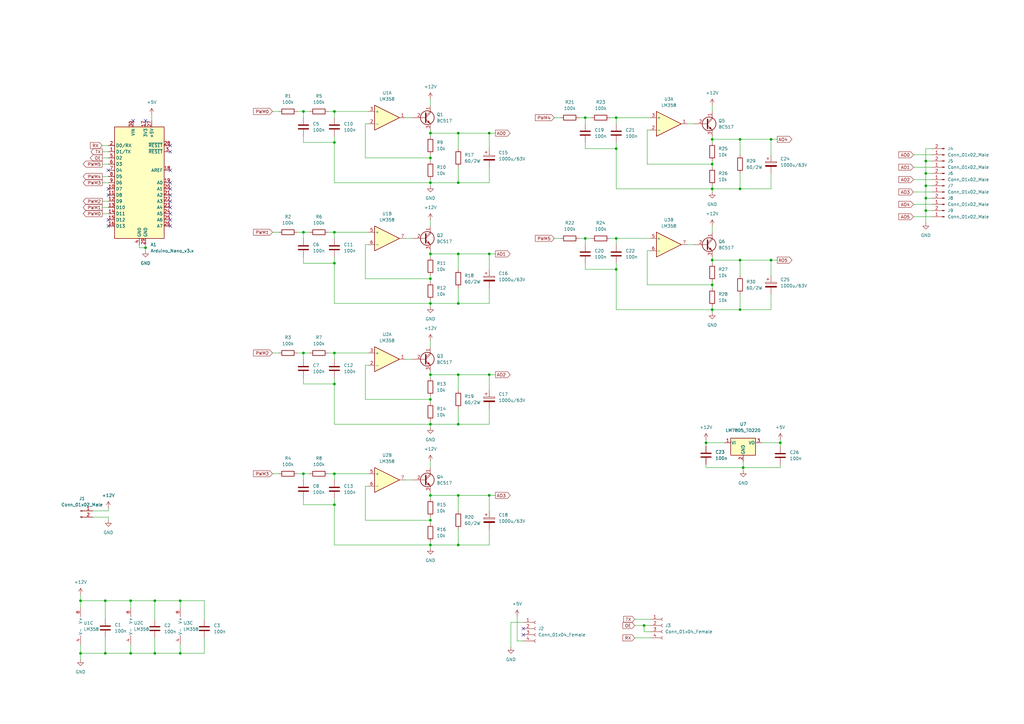
<source format=kicad_sch>
(kicad_sch (version 20211123) (generator eeschema)
  (paper "A3")
  (junction (at 187.96 104.14))
  (junction (at 379.73 71.12))
  (junction (at 264.16 256.54))
  (junction (at 252.73 60.96))
  (junction (at 176.53 64.77))
  (junction (at 43.18 246.38))
  (junction (at 292.1 106.68))
  (junction (at 320.04 181.61))
  (junction (at 63.5 267.97))
  (junction (at 176.53 114.3))
  (junction (at 43.18 267.97))
  (junction (at 200.66 203.2))
  (junction (at 292.1 127))
  (junction (at 124.46 45.72))
  (junction (at 292.1 67.31))
  (junction (at 176.53 124.46))
  (junction (at 137.16 157.48))
  (junction (at 316.23 57.15))
  (junction (at 73.914 246.38))
  (junction (at 176.53 213.36))
  (junction (at 200.66 153.67))
  (junction (at 33.02 246.38))
  (junction (at 187.96 153.67))
  (junction (at 200.66 104.14))
  (junction (at 176.53 153.67))
  (junction (at 316.23 106.68))
  (junction (at 53.594 267.97))
  (junction (at 289.56 181.61))
  (junction (at 137.16 144.78))
  (junction (at 379.73 86.36))
  (junction (at 137.16 95.25))
  (junction (at 292.1 77.47))
  (junction (at 187.96 203.2))
  (junction (at 176.53 54.61))
  (junction (at 379.73 76.2))
  (junction (at 240.03 97.79))
  (junction (at 176.53 223.52))
  (junction (at 124.46 194.31))
  (junction (at 303.53 127))
  (junction (at 53.594 246.38))
  (junction (at 379.73 66.04))
  (junction (at 137.16 107.95))
  (junction (at 176.53 203.2))
  (junction (at 59.69 101.6))
  (junction (at 200.66 54.61))
  (junction (at 292.1 116.84))
  (junction (at 240.03 48.26))
  (junction (at 33.02 267.97))
  (junction (at 303.53 57.15))
  (junction (at 176.53 104.14))
  (junction (at 176.53 163.83))
  (junction (at 252.73 110.49))
  (junction (at 187.96 223.52))
  (junction (at 137.16 194.31))
  (junction (at 187.96 173.99))
  (junction (at 124.46 95.25))
  (junction (at 303.53 77.47))
  (junction (at 187.96 124.46))
  (junction (at 187.96 74.93))
  (junction (at 137.16 207.01))
  (junction (at 63.5 246.38))
  (junction (at 379.73 81.28))
  (junction (at 304.8 191.77))
  (junction (at 252.73 48.26))
  (junction (at 137.16 58.42))
  (junction (at 73.914 267.97))
  (junction (at 252.73 97.79))
  (junction (at 303.53 106.68))
  (junction (at 176.53 74.93))
  (junction (at 124.46 144.78))
  (junction (at 176.53 173.99))
  (junction (at 292.1 57.15))
  (junction (at 137.16 45.72))
  (junction (at 187.96 54.61))
  (no_connect (at 69.85 80.01))
  (no_connect (at 69.85 77.47))
  (no_connect (at 69.85 74.93))
  (no_connect (at 44.45 80.01))
  (no_connect (at 44.45 77.47))
  (no_connect (at 69.85 82.55))
  (no_connect (at 44.45 69.85))
  (no_connect (at 69.85 85.09))
  (no_connect (at 69.85 87.63))
  (no_connect (at 69.85 90.17))
  (no_connect (at 69.85 92.71))
  (no_connect (at 44.45 90.17))
  (no_connect (at 44.45 92.71))
  (no_connect (at 69.85 59.69))
  (no_connect (at 69.85 62.23))
  (no_connect (at 69.85 69.85))
  (no_connect (at 214.63 257.81))
  (no_connect (at 214.63 260.35))
  (no_connect (at 59.69 49.53))
  (no_connect (at 54.61 49.53))
  (wire (pts (xy 374.65 88.9) (xy 382.27 88.9)))
  (wire (pts (xy 252.73 48.26) (xy 266.7 48.26)))
  (wire (pts (xy 83.82 267.97) (xy 73.914 267.97)))
  (wire (pts (xy 320.04 190.627) (xy 320.04 191.77)))
  (wire (pts (xy 176.53 203.2) (xy 187.96 203.2)))
  (wire (pts (xy 176.53 124.46) (xy 187.96 124.46)))
  (wire (pts (xy 176.53 124.46) (xy 176.53 125.73)))
  (wire (pts (xy 316.23 77.47) (xy 316.23 71.12)))
  (wire (pts (xy 187.96 104.14) (xy 187.96 110.49)))
  (wire (pts (xy 379.73 71.12) (xy 382.27 71.12)))
  (wire (pts (xy 121.92 45.72) (xy 124.46 45.72)))
  (wire (pts (xy 379.73 86.36) (xy 379.73 81.28)))
  (wire (pts (xy 303.53 57.15) (xy 316.23 57.15)))
  (wire (pts (xy 316.23 57.15) (xy 318.77 57.15)))
  (wire (pts (xy 176.53 222.25) (xy 176.53 223.52)))
  (wire (pts (xy 124.46 154.94) (xy 124.46 157.48)))
  (wire (pts (xy 44.45 209.55) (xy 44.45 208.28)))
  (wire (pts (xy 137.16 45.72) (xy 151.13 45.72)))
  (wire (pts (xy 187.96 173.99) (xy 200.66 173.99)))
  (wire (pts (xy 379.73 86.36) (xy 382.27 86.36)))
  (wire (pts (xy 137.16 58.42) (xy 137.16 55.88)))
  (wire (pts (xy 292.1 127) (xy 252.73 127)))
  (wire (pts (xy 200.66 203.2) (xy 203.2 203.2)))
  (wire (pts (xy 134.62 144.78) (xy 137.16 144.78)))
  (wire (pts (xy 200.66 118.11) (xy 200.66 124.46)))
  (wire (pts (xy 312.42 181.61) (xy 320.04 181.61)))
  (wire (pts (xy 124.46 194.31) (xy 127 194.31)))
  (wire (pts (xy 187.96 223.52) (xy 200.66 223.52)))
  (wire (pts (xy 214.63 262.89) (xy 212.09 262.89)))
  (wire (pts (xy 252.73 127) (xy 252.73 110.49)))
  (wire (pts (xy 137.16 95.25) (xy 151.13 95.25)))
  (wire (pts (xy 176.53 153.67) (xy 176.53 154.94)))
  (wire (pts (xy 252.73 60.96) (xy 252.73 58.42)))
  (wire (pts (xy 281.94 100.33) (xy 284.48 100.33)))
  (wire (pts (xy 289.56 181.61) (xy 289.56 180.34)))
  (wire (pts (xy 176.53 113.03) (xy 176.53 114.3)))
  (wire (pts (xy 240.03 110.49) (xy 252.73 110.49)))
  (wire (pts (xy 292.1 127) (xy 292.1 128.27)))
  (wire (pts (xy 83.82 261.62) (xy 83.82 267.97)))
  (wire (pts (xy 124.46 55.88) (xy 124.46 58.42)))
  (wire (pts (xy 176.53 201.93) (xy 176.53 203.2)))
  (wire (pts (xy 41.91 87.63) (xy 44.45 87.63)))
  (wire (pts (xy 304.8 191.77) (xy 289.56 191.77)))
  (wire (pts (xy 124.46 95.25) (xy 124.46 97.79)))
  (wire (pts (xy 176.53 203.2) (xy 176.53 204.47)))
  (wire (pts (xy 137.16 95.25) (xy 137.16 97.79)))
  (wire (pts (xy 316.23 106.68) (xy 318.77 106.68)))
  (wire (pts (xy 33.02 264.414) (xy 33.02 267.97)))
  (wire (pts (xy 33.02 243.84) (xy 33.02 246.38)))
  (wire (pts (xy 176.53 153.67) (xy 187.96 153.67)))
  (wire (pts (xy 166.37 196.85) (xy 168.91 196.85)))
  (wire (pts (xy 111.76 144.78) (xy 114.3 144.78)))
  (wire (pts (xy 176.53 173.99) (xy 187.96 173.99)))
  (wire (pts (xy 149.86 149.86) (xy 151.13 149.86)))
  (wire (pts (xy 176.53 163.83) (xy 149.86 163.83)))
  (wire (pts (xy 187.96 153.67) (xy 187.96 160.02)))
  (wire (pts (xy 281.94 50.8) (xy 284.48 50.8)))
  (wire (pts (xy 379.73 76.2) (xy 382.27 76.2)))
  (wire (pts (xy 240.03 97.79) (xy 240.03 100.33)))
  (wire (pts (xy 176.53 64.77) (xy 176.53 66.04)))
  (wire (pts (xy 43.18 261.366) (xy 43.18 267.97)))
  (wire (pts (xy 250.19 97.79) (xy 252.73 97.79)))
  (wire (pts (xy 260.35 261.62) (xy 266.7 261.62)))
  (wire (pts (xy 124.46 144.78) (xy 127 144.78)))
  (wire (pts (xy 265.43 102.87) (xy 265.43 116.84)))
  (wire (pts (xy 38.1 212.09) (xy 44.45 212.09)))
  (wire (pts (xy 176.53 223.52) (xy 176.53 224.79)))
  (wire (pts (xy 303.53 57.15) (xy 303.53 63.5)))
  (wire (pts (xy 176.53 73.66) (xy 176.53 74.93)))
  (wire (pts (xy 44.45 212.09) (xy 44.45 213.36)))
  (wire (pts (xy 59.69 101.6) (xy 59.69 102.87)))
  (wire (pts (xy 292.1 105.41) (xy 292.1 106.68)))
  (wire (pts (xy 240.03 60.96) (xy 252.73 60.96)))
  (wire (pts (xy 289.56 181.61) (xy 289.56 182.88)))
  (wire (pts (xy 265.43 53.34) (xy 265.43 67.31)))
  (wire (pts (xy 303.53 127) (xy 316.23 127)))
  (wire (pts (xy 124.46 157.48) (xy 137.16 157.48)))
  (wire (pts (xy 264.16 256.54) (xy 266.7 256.54)))
  (wire (pts (xy 176.53 223.52) (xy 187.96 223.52)))
  (wire (pts (xy 176.53 123.19) (xy 176.53 124.46)))
  (wire (pts (xy 137.16 194.31) (xy 137.16 196.85)))
  (wire (pts (xy 187.96 203.2) (xy 200.66 203.2)))
  (wire (pts (xy 209.55 255.27) (xy 209.55 265.43)))
  (wire (pts (xy 149.86 100.33) (xy 151.13 100.33)))
  (wire (pts (xy 250.19 48.26) (xy 252.73 48.26)))
  (wire (pts (xy 237.49 97.79) (xy 240.03 97.79)))
  (wire (pts (xy 187.96 104.14) (xy 200.66 104.14)))
  (wire (pts (xy 176.53 102.87) (xy 176.53 104.14)))
  (wire (pts (xy 73.914 246.38) (xy 73.914 249.174)))
  (wire (pts (xy 379.73 81.28) (xy 379.73 76.2)))
  (wire (pts (xy 187.96 124.46) (xy 200.66 124.46)))
  (wire (pts (xy 176.53 54.61) (xy 176.53 55.88)))
  (wire (pts (xy 124.46 45.72) (xy 127 45.72)))
  (wire (pts (xy 374.65 68.58) (xy 382.27 68.58)))
  (wire (pts (xy 38.1 209.55) (xy 44.45 209.55)))
  (wire (pts (xy 149.86 50.8) (xy 149.86 64.77)))
  (wire (pts (xy 124.46 58.42) (xy 137.16 58.42)))
  (wire (pts (xy 212.09 262.89) (xy 212.09 252.73)))
  (wire (pts (xy 292.1 77.47) (xy 303.53 77.47)))
  (wire (pts (xy 252.73 97.79) (xy 252.73 100.33)))
  (wire (pts (xy 303.53 127) (xy 303.53 120.65)))
  (wire (pts (xy 41.91 85.09) (xy 44.45 85.09)))
  (wire (pts (xy 137.16 124.46) (xy 137.16 107.95)))
  (wire (pts (xy 227.33 48.26) (xy 229.87 48.26)))
  (wire (pts (xy 187.96 223.52) (xy 187.96 217.17)))
  (wire (pts (xy 149.86 100.33) (xy 149.86 114.3)))
  (wire (pts (xy 265.43 53.34) (xy 266.7 53.34)))
  (wire (pts (xy 200.66 223.52) (xy 200.66 217.17)))
  (wire (pts (xy 260.35 256.54) (xy 264.16 256.54)))
  (wire (pts (xy 111.76 194.31) (xy 114.3 194.31)))
  (wire (pts (xy 41.91 67.31) (xy 44.45 67.31)))
  (wire (pts (xy 53.594 264.414) (xy 53.594 267.97)))
  (wire (pts (xy 292.1 115.57) (xy 292.1 116.84)))
  (wire (pts (xy 266.7 259.08) (xy 264.16 259.08)))
  (wire (pts (xy 166.37 48.26) (xy 168.91 48.26)))
  (wire (pts (xy 137.16 107.95) (xy 137.16 105.41)))
  (wire (pts (xy 303.53 106.68) (xy 303.53 113.03)))
  (wire (pts (xy 187.96 203.2) (xy 187.96 209.55)))
  (wire (pts (xy 124.46 105.41) (xy 124.46 107.95)))
  (wire (pts (xy 200.66 203.2) (xy 200.66 209.55)))
  (wire (pts (xy 124.46 95.25) (xy 127 95.25)))
  (wire (pts (xy 187.96 173.99) (xy 187.96 167.64)))
  (wire (pts (xy 292.1 116.84) (xy 292.1 118.11)))
  (wire (pts (xy 176.53 104.14) (xy 176.53 105.41)))
  (wire (pts (xy 200.66 153.67) (xy 200.66 160.02)))
  (wire (pts (xy 33.02 267.97) (xy 43.18 267.97)))
  (wire (pts (xy 176.53 173.99) (xy 176.53 175.26)))
  (wire (pts (xy 53.594 246.38) (xy 53.594 249.174)))
  (wire (pts (xy 237.49 48.26) (xy 240.03 48.26)))
  (wire (pts (xy 292.1 57.15) (xy 303.53 57.15)))
  (wire (pts (xy 200.66 104.14) (xy 200.66 110.49)))
  (wire (pts (xy 303.53 106.68) (xy 316.23 106.68)))
  (wire (pts (xy 200.66 104.14) (xy 203.2 104.14)))
  (wire (pts (xy 176.53 63.5) (xy 176.53 64.77)))
  (wire (pts (xy 73.914 267.97) (xy 73.914 264.414)))
  (wire (pts (xy 252.73 97.79) (xy 266.7 97.79)))
  (wire (pts (xy 187.96 153.67) (xy 200.66 153.67)))
  (wire (pts (xy 176.53 114.3) (xy 149.86 114.3)))
  (wire (pts (xy 149.86 199.39) (xy 151.13 199.39)))
  (wire (pts (xy 137.16 157.48) (xy 137.16 154.94)))
  (wire (pts (xy 111.76 95.25) (xy 114.3 95.25)))
  (wire (pts (xy 240.03 48.26) (xy 242.57 48.26)))
  (wire (pts (xy 62.23 46.99) (xy 62.23 49.53)))
  (wire (pts (xy 200.66 54.61) (xy 203.2 54.61)))
  (wire (pts (xy 137.16 144.78) (xy 137.16 147.32)))
  (wire (pts (xy 303.53 77.47) (xy 303.53 71.12)))
  (wire (pts (xy 137.16 207.01) (xy 137.16 204.47)))
  (wire (pts (xy 187.96 124.46) (xy 187.96 118.11)))
  (wire (pts (xy 149.86 149.86) (xy 149.86 163.83)))
  (wire (pts (xy 176.53 213.36) (xy 149.86 213.36)))
  (wire (pts (xy 137.16 74.93) (xy 137.16 58.42)))
  (wire (pts (xy 240.03 107.95) (xy 240.03 110.49)))
  (wire (pts (xy 134.62 95.25) (xy 137.16 95.25)))
  (wire (pts (xy 304.8 191.77) (xy 304.8 193.04)))
  (wire (pts (xy 292.1 66.04) (xy 292.1 67.31)))
  (wire (pts (xy 292.1 67.31) (xy 292.1 68.58)))
  (wire (pts (xy 292.1 43.18) (xy 292.1 45.72)))
  (wire (pts (xy 124.46 194.31) (xy 124.46 196.85)))
  (wire (pts (xy 187.96 74.93) (xy 187.96 68.58)))
  (wire (pts (xy 149.86 50.8) (xy 151.13 50.8)))
  (wire (pts (xy 292.1 55.88) (xy 292.1 57.15)))
  (wire (pts (xy 176.53 223.52) (xy 137.16 223.52)))
  (wire (pts (xy 33.02 246.38) (xy 43.18 246.38)))
  (wire (pts (xy 41.91 74.93) (xy 44.45 74.93)))
  (wire (pts (xy 320.04 191.77) (xy 304.8 191.77)))
  (wire (pts (xy 320.04 181.61) (xy 320.04 183.007)))
  (wire (pts (xy 292.1 76.2) (xy 292.1 77.47)))
  (wire (pts (xy 59.69 101.6) (xy 57.15 101.6)))
  (wire (pts (xy 379.73 66.04) (xy 382.27 66.04)))
  (wire (pts (xy 187.96 54.61) (xy 200.66 54.61)))
  (wire (pts (xy 176.53 74.93) (xy 137.16 74.93)))
  (wire (pts (xy 292.1 57.15) (xy 292.1 58.42)))
  (wire (pts (xy 63.5 267.97) (xy 73.914 267.97)))
  (wire (pts (xy 176.53 213.36) (xy 176.53 214.63)))
  (wire (pts (xy 379.73 91.44) (xy 379.73 86.36)))
  (wire (pts (xy 176.53 90.17) (xy 176.53 92.71)))
  (wire (pts (xy 83.82 246.38) (xy 73.914 246.38)))
  (wire (pts (xy 292.1 116.84) (xy 265.43 116.84)))
  (wire (pts (xy 252.73 110.49) (xy 252.73 107.95)))
  (wire (pts (xy 176.53 64.77) (xy 149.86 64.77)))
  (wire (pts (xy 41.91 72.39) (xy 44.45 72.39)))
  (wire (pts (xy 176.53 114.3) (xy 176.53 115.57)))
  (wire (pts (xy 292.1 106.68) (xy 292.1 107.95)))
  (wire (pts (xy 33.02 267.97) (xy 33.02 270.51)))
  (wire (pts (xy 166.37 147.32) (xy 168.91 147.32)))
  (wire (pts (xy 176.53 139.7) (xy 176.53 142.24)))
  (wire (pts (xy 316.23 106.68) (xy 316.23 113.03)))
  (wire (pts (xy 33.02 246.38) (xy 33.02 249.174)))
  (wire (pts (xy 227.33 97.79) (xy 229.87 97.79)))
  (wire (pts (xy 260.35 254) (xy 266.7 254)))
  (wire (pts (xy 214.63 255.27) (xy 209.55 255.27)))
  (wire (pts (xy 240.03 48.26) (xy 240.03 50.8)))
  (wire (pts (xy 292.1 127) (xy 303.53 127)))
  (wire (pts (xy 124.46 144.78) (xy 124.46 147.32)))
  (wire (pts (xy 176.53 212.09) (xy 176.53 213.36)))
  (wire (pts (xy 176.53 172.72) (xy 176.53 173.99)))
  (wire (pts (xy 292.1 77.47) (xy 252.73 77.47)))
  (wire (pts (xy 121.92 95.25) (xy 124.46 95.25)))
  (wire (pts (xy 43.18 267.97) (xy 53.594 267.97)))
  (wire (pts (xy 379.73 71.12) (xy 379.73 66.04)))
  (wire (pts (xy 200.66 173.99) (xy 200.66 167.64)))
  (wire (pts (xy 297.18 181.61) (xy 289.56 181.61)))
  (wire (pts (xy 176.53 124.46) (xy 137.16 124.46)))
  (wire (pts (xy 176.53 152.4) (xy 176.53 153.67)))
  (wire (pts (xy 200.66 68.58) (xy 200.66 74.93)))
  (wire (pts (xy 292.1 125.73) (xy 292.1 127)))
  (wire (pts (xy 292.1 92.71) (xy 292.1 95.25)))
  (wire (pts (xy 124.46 204.47) (xy 124.46 207.01)))
  (wire (pts (xy 166.37 97.79) (xy 168.91 97.79)))
  (wire (pts (xy 176.53 40.64) (xy 176.53 43.18)))
  (wire (pts (xy 63.5 246.38) (xy 63.5 254)))
  (wire (pts (xy 134.62 194.31) (xy 137.16 194.31)))
  (wire (pts (xy 57.15 100.33) (xy 57.15 101.6)))
  (wire (pts (xy 176.53 74.93) (xy 187.96 74.93)))
  (wire (pts (xy 379.73 60.96) (xy 382.27 60.96)))
  (wire (pts (xy 200.66 74.93) (xy 187.96 74.93)))
  (wire (pts (xy 59.69 100.33) (xy 59.69 101.6)))
  (wire (pts (xy 176.53 74.93) (xy 176.53 76.2)))
  (wire (pts (xy 176.53 54.61) (xy 187.96 54.61)))
  (wire (pts (xy 149.86 199.39) (xy 149.86 213.36)))
  (wire (pts (xy 374.65 73.66) (xy 382.27 73.66)))
  (wire (pts (xy 374.65 83.82) (xy 382.27 83.82)))
  (wire (pts (xy 134.62 45.72) (xy 137.16 45.72)))
  (wire (pts (xy 73.914 246.38) (xy 63.5 246.38)))
  (wire (pts (xy 292.1 77.47) (xy 292.1 78.74)))
  (wire (pts (xy 41.91 82.55) (xy 44.45 82.55)))
  (wire (pts (xy 83.82 246.38) (xy 83.82 254)))
  (wire (pts (xy 374.65 78.74) (xy 382.27 78.74)))
  (wire (pts (xy 379.73 81.28) (xy 382.27 81.28)))
  (wire (pts (xy 379.73 66.04) (xy 379.73 60.96)))
  (wire (pts (xy 379.73 76.2) (xy 379.73 71.12)))
  (wire (pts (xy 289.56 190.5) (xy 289.56 191.77)))
  (wire (pts (xy 41.91 64.77) (xy 44.45 64.77)))
  (wire (pts (xy 121.92 194.31) (xy 124.46 194.31)))
  (wire (pts (xy 200.66 54.61) (xy 200.66 60.96)))
  (wire (pts (xy 137.16 144.78) (xy 151.13 144.78)))
  (wire (pts (xy 53.594 267.97) (xy 63.5 267.97)))
  (wire (pts (xy 252.73 77.47) (xy 252.73 60.96)))
  (wire (pts (xy 137.16 223.52) (xy 137.16 207.01)))
  (wire (pts (xy 41.91 59.69) (xy 44.45 59.69)))
  (wire (pts (xy 176.53 163.83) (xy 176.53 165.1)))
  (wire (pts (xy 111.76 45.72) (xy 114.3 45.72)))
  (wire (pts (xy 176.53 104.14) (xy 187.96 104.14)))
  (wire (pts (xy 265.43 102.87) (xy 266.7 102.87)))
  (wire (pts (xy 252.73 48.26) (xy 252.73 50.8)))
  (wire (pts (xy 187.96 54.61) (xy 187.96 60.96)))
  (wire (pts (xy 63.5 261.62) (xy 63.5 267.97)))
  (wire (pts (xy 137.16 173.99) (xy 137.16 157.48)))
  (wire (pts (xy 316.23 127) (xy 316.23 120.65)))
  (wire (pts (xy 124.46 45.72) (xy 124.46 48.26)))
  (wire (pts (xy 124.46 207.01) (xy 137.16 207.01)))
  (wire (pts (xy 264.16 259.08) (xy 264.16 256.54)))
  (wire (pts (xy 176.53 173.99) (xy 137.16 173.99)))
  (wire (pts (xy 304.8 189.23) (xy 304.8 191.77)))
  (wire (pts (xy 41.91 62.23) (xy 44.45 62.23)))
  (wire (pts (xy 137.16 45.72) (xy 137.16 48.26)))
  (wire (pts (xy 176.53 53.34) (xy 176.53 54.61)))
  (wire (pts (xy 121.92 144.78) (xy 124.46 144.78)))
  (wire (pts (xy 316.23 57.15) (xy 316.23 63.5)))
  (wire (pts (xy 303.53 77.47) (xy 316.23 77.47)))
  (wire (pts (xy 176.53 189.23) (xy 176.53 191.77)))
  (wire (pts (xy 374.65 63.5) (xy 382.27 63.5)))
  (wire (pts (xy 43.18 246.38) (xy 53.594 246.38)))
  (wire (pts (xy 200.66 153.67) (xy 203.2 153.67)))
  (wire (pts (xy 240.03 58.42) (xy 240.03 60.96)))
  (wire (pts (xy 320.04 181.61) (xy 320.04 180.34)))
  (wire (pts (xy 124.46 107.95) (xy 137.16 107.95)))
  (wire (pts (xy 176.53 162.56) (xy 176.53 163.83)))
  (wire (pts (xy 292.1 67.31) (xy 265.43 67.31)))
  (wire (pts (xy 63.5 246.38) (xy 53.594 246.38)))
  (wire (pts (xy 240.03 97.79) (xy 242.57 97.79)))
  (wire (pts (xy 292.1 106.68) (xy 303.53 106.68)))
  (wire (pts (xy 43.18 253.746) (xy 43.18 246.38)))
  (wire (pts (xy 137.16 194.31) (xy 151.13 194.31)))
  (global_label "PWM4" (shape output) (at 41.91 72.39 180) (property "Intersheet References" "${INTERSHEET_REFS}" (effects hide)))
  (global_label "PWM3" (shape output) (at 41.91 74.93 180) (property "Intersheet References" "${INTERSHEET_REFS}" (effects hide)))
  (global_label "AO1" (shape output) (at 203.2 104.14 0) (property "Intersheet References" "${INTERSHEET_REFS}" (effects hide)))
  (global_label "AO5" (shape output) (at 318.77 106.68 0) (property "Intersheet References" "${INTERSHEET_REFS}" (effects hide)))
  (global_label "PWM0" (shape output) (at 41.91 87.63 180) (property "Intersheet References" "${INTERSHEET_REFS}" (effects hide)))
  (global_label "RX" (shape input) (at 41.91 59.69 180) (property "Intersheet References" "${INTERSHEET_REFS}" (effects hide)))
  (global_label "AO0" (shape input) (at 374.65 63.5 180) (property "Intersheet References" "${INTERSHEET_REFS}" (effects hide)))
  (global_label "OE" (shape input) (at 260.35 256.54 180) (property "Intersheet References" "${INTERSHEET_REFS}" (effects hide)))
  (global_label "PWM5" (shape input) (at 227.33 97.79 180) (property "Intersheet References" "${INTERSHEET_REFS}" (effects hide)))
  (global_label "TX" (shape output) (at 41.91 62.23 180) (property "Intersheet References" "${INTERSHEET_REFS}" (effects hide)))
  (global_label "AO5" (shape input) (at 374.65 88.9 180) (property "Intersheet References" "${INTERSHEET_REFS}" (effects hide)))
  (global_label "PWM1" (shape input) (at 111.76 95.25 180) (property "Intersheet References" "${INTERSHEET_REFS}" (effects hide)))
  (global_label "AO3" (shape output) (at 203.2 203.2 0) (property "Intersheet References" "${INTERSHEET_REFS}" (effects hide)))
  (global_label "PWM3" (shape input) (at 111.76 194.31 180) (property "Intersheet References" "${INTERSHEET_REFS}" (effects hide)))
  (global_label "AO4" (shape output) (at 318.77 57.15 0) (property "Intersheet References" "${INTERSHEET_REFS}" (effects hide)))
  (global_label "AO2" (shape input) (at 374.65 73.66 180) (property "Intersheet References" "${INTERSHEET_REFS}" (effects hide)))
  (global_label "PWM1" (shape output) (at 41.91 85.09 180) (property "Intersheet References" "${INTERSHEET_REFS}" (effects hide)))
  (global_label "AO0" (shape output) (at 203.2 54.61 0) (property "Intersheet References" "${INTERSHEET_REFS}" (effects hide)))
  (global_label "PWM4" (shape input) (at 227.33 48.26 180) (property "Intersheet References" "${INTERSHEET_REFS}" (effects hide)))
  (global_label "PWM0" (shape input) (at 111.76 45.72 180) (property "Intersheet References" "${INTERSHEET_REFS}" (effects hide)))
  (global_label "RX" (shape input) (at 260.35 261.62 180) (property "Intersheet References" "${INTERSHEET_REFS}" (effects hide)))
  (global_label "AO1" (shape input) (at 374.65 68.58 180) (property "Intersheet References" "${INTERSHEET_REFS}" (effects hide)))
  (global_label "AO2" (shape output) (at 203.2 153.67 0) (property "Intersheet References" "${INTERSHEET_REFS}" (effects hide)))
  (global_label "PWM2" (shape input) (at 111.76 144.78 180) (property "Intersheet References" "${INTERSHEET_REFS}" (effects hide)))
  (global_label "TX" (shape input) (at 260.35 254 180) (property "Intersheet References" "${INTERSHEET_REFS}" (effects hide)))
  (global_label "AO4" (shape input) (at 374.65 83.82 180) (property "Intersheet References" "${INTERSHEET_REFS}" (effects hide)))
  (global_label "AO3" (shape input) (at 374.65 78.74 180) (property "Intersheet References" "${INTERSHEET_REFS}" (effects hide)))
  (global_label "OE" (shape output) (at 41.91 64.77 180) (property "Intersheet References" "${INTERSHEET_REFS}" (effects hide)))
  (global_label "PWM2" (shape output) (at 41.91 82.55 180) (property "Intersheet References" "${INTERSHEET_REFS}" (effects hide)))
  (global_label "PWM5" (shape output) (at 41.91 67.31 180) (property "Intersheet References" "${INTERSHEET_REFS}" (effects hide)))
  (symbol (lib_id "Device:C") (at 320.04 186.817 0) (unit 1)
    (property "Reference" "C26" (at 323.85 185.5469 0) (effects (justify left)))
    (property "Value" "100n" (at 323.85 188.0869 0) (effects (justify left)))
    (property "Footprint" "Capacitor_THT:C_Disc_D7.0mm_W2.5mm_P5.00mm" (effects hide))
  )
  (symbol (lib_id "power:GND") (at 209.55 265.43 0) (unit 1)
    (property "Reference" "#PWR015" (effects hide))
    (property "Value" "GND" (at 209.55 270.51 0))
  )
  (symbol (lib_id "Device:C_Polarized") (at 316.23 67.31 0) (unit 1)
    (property "Reference" "C24" (at 320.04 65.1509 0) (effects (justify left)))
    (property "Value" "1000u/63V" (at 320.04 67.6909 0) (effects (justify left)))
    (property "Footprint" "Capacitor_THT:C_Radial_D16.0mm_H25.0mm_P7.50mm" (effects hide))
  )
  (symbol (lib_id "Device:R") (at 118.11 144.78 90) (unit 1)
    (property "Reference" "R3" (at 118.11 138.43 90))
    (property "Value" "100k" (at 118.11 140.97 90))
    (property "Footprint" "Resistor_THT:R_Axial_DIN0204_L3.6mm_D1.6mm_P7.62mm_Horizontal" (effects hide))
  )
  (symbol (lib_id "Device:C_Polarized") (at 200.66 64.77 0) (unit 1)
    (property "Reference" "C15" (at 204.47 62.6109 0) (effects (justify left)))
    (property "Value" "1000u/63V" (at 204.47 65.1509 0) (effects (justify left)))
    (property "Footprint" "Capacitor_THT:C_Radial_D16.0mm_H25.0mm_P7.50mm" (effects hide))
  )
  (symbol (lib_id "Device:R") (at 303.53 116.84 180) (unit 1)
    (property "Reference" "R30" (at 306.07 115.5699 0) (effects (justify right)))
    (property "Value" "60/2W" (at 306.07 118.1099 0) (effects (justify right)))
    (property "Footprint" "Resistor_THT:R_Axial_DIN0516_L15.5mm_D5.0mm_P7.62mm_Vertical" (effects hide))
  )
  (symbol (lib_id "Connector:Conn_01x04_Female") (at 271.78 256.54 0) (unit 1)
    (property "Reference" "J3" (at 272.796 256.5399 0) (effects (justify left)))
    (property "Value" "Conn_01x04_Female" (at 272.796 259.0799 0) (effects (justify left)))
    (property "Footprint" "Connector_PinHeader_2.54mm:PinHeader_1x04_P2.54mm_Vertical" (effects hide))
  )
  (symbol (lib_id "MCU_Module:Arduino_Nano_v3.x") (at 57.15 74.93 0) (unit 1)
    (property "Reference" "A1" (at 61.7094 100.33 0) (effects (justify left)))
    (property "Value" "Arduino_Nano_v3.x" (at 61.7094 102.87 0) (effects (justify left)))
    (property "Footprint" "Module:Arduino_Nano" (effects hide))
    (property "Datasheet" "http://www.mouser.com/pdfdocs/Gravitech_Arduino_Nano3_0.pdf" (effects hide))
  )
  (symbol (lib_id "Device:C_Polarized") (at 200.66 114.3 0) (unit 1)
    (property "Reference" "C16" (at 204.47 112.1409 0) (effects (justify left)))
    (property "Value" "1000u/63V" (at 204.47 114.6809 0) (effects (justify left)))
    (property "Footprint" "Capacitor_THT:C_Radial_D16.0mm_H25.0mm_P7.50mm" (effects hide))
  )
  (symbol (lib_id "Device:R") (at 118.11 95.25 90) (unit 1)
    (property "Reference" "R2" (at 118.11 88.9 90))
    (property "Value" "100k" (at 118.11 91.44 90))
    (property "Footprint" "Resistor_THT:R_Axial_DIN0204_L3.6mm_D1.6mm_P7.62mm_Horizontal" (effects hide))
  )
  (symbol (lib_id "Connector:Conn_01x02_Male") (at 387.35 78.74 180) (unit 1)
    (property "Reference" "J7" (at 388.62 76.1999 0) (effects (justify right)))
    (property "Value" "Conn_01x02_Male" (at 388.62 78.7399 0) (effects (justify right)))
    (property "Footprint" "Connector_Phoenix_MSTB:PhoenixContact_MSTBA_2,5_2-G-5,08_1x02_P5.08mm_Horizontal" (effects hide))
  )
  (symbol (lib_id "Device:C") (at 252.73 104.14 0) (unit 1)
    (property "Reference" "C22" (at 256.54 102.8699 0) (effects (justify left)))
    (property "Value" "100n" (at 256.54 105.4099 0) (effects (justify left)))
    (property "Footprint" "Capacitor_THT:C_Disc_D7.0mm_W2.5mm_P5.00mm" (effects hide))
  )
  (symbol (lib_id "Device:C") (at 83.82 257.81 0) (unit 1)
    (property "Reference" "C3" (at 87.63 256.5399 0) (effects (justify left)))
    (property "Value" "100n" (at 87.63 259.0799 0) (effects (justify left)))
    (property "Footprint" "Capacitor_THT:C_Disc_D7.0mm_W2.5mm_P5.00mm" (effects hide))
  )
  (symbol (lib_id "Device:R") (at 118.11 45.72 90) (unit 1)
    (property "Reference" "R1" (at 118.11 39.37 90))
    (property "Value" "100k" (at 118.11 41.91 90))
    (property "Footprint" "Resistor_THT:R_Axial_DIN0204_L3.6mm_D1.6mm_P7.62mm_Horizontal" (effects hide))
  )
  (symbol (lib_id "Amplifier_Operational:LM358") (at 76.454 256.794 0) (unit 3)
    (property "Reference" "U3" (at 75.184 255.5239 0) (effects (justify left)))
    (property "Value" "LM358" (at 75.184 258.0639 0) (effects (justify left)))
    (property "Footprint" "Package_DIP:DIP-8_W7.62mm" (effects hide))
    (property "Datasheet" "http://www.ti.com/lit/ds/symlink/lm2904-n.pdf" (effects hide))
  )
  (symbol (lib_id "power:+12V") (at 176.53 189.23 0) (unit 1)
    (property "Reference" "#PWR013" (effects hide))
    (property "Value" "+12V" (at 176.53 184.15 0))
  )
  (symbol (lib_id "Regulator_Linear:LM7805_TO220") (at 304.8 181.61 0) (unit 1)
    (property "Reference" "U7" (at 304.8 173.99 0))
    (property "Value" "LM7805_TO220" (at 304.8 176.53 0))
    (property "Footprint" "Package_TO_SOT_THT:TO-220-3_Vertical" (effects hide))
    (property "Datasheet" "https://www.onsemi.cn/PowerSolutions/document/MC7800-D.PDF" (effects hide))
  )
  (symbol (lib_id "Transistor_BJT:BC517") (at 289.56 50.8 0) (unit 1)
    (property "Reference" "Q5" (at 294.64 49.5299 0) (effects (justify left)))
    (property "Value" "BC517" (at 294.64 52.0699 0) (effects (justify left)))
    (property "Footprint" "Package_TO_SOT_THT:TO-92_Inline" (effects hide))
    (property "Datasheet" "https://www.onsemi.com/pub/Collateral/BC517-D74Z-D.PDF" (effects hide))
  )
  (symbol (lib_id "Device:R") (at 233.68 97.79 90) (unit 1)
    (property "Reference" "R22" (at 233.68 91.44 90))
    (property "Value" "100k" (at 233.68 93.98 90))
    (property "Footprint" "Resistor_THT:R_Axial_DIN0204_L3.6mm_D1.6mm_P7.62mm_Horizontal" (effects hide))
  )
  (symbol (lib_id "Amplifier_Operational:LM358") (at 158.75 147.32 0) (unit 1)
    (property "Reference" "U2" (at 158.75 137.16 0))
    (property "Value" "LM358" (at 158.75 139.7 0))
    (property "Footprint" "Package_DIP:DIP-8_W7.62mm" (effects hide))
    (property "Datasheet" "http://www.ti.com/lit/ds/symlink/lm2904-n.pdf" (effects hide))
  )
  (symbol (lib_id "Device:C") (at 240.03 54.61 0) (unit 1)
    (property "Reference" "C19" (at 243.84 53.3399 0) (effects (justify left)))
    (property "Value" "100n" (at 243.84 55.8799 0) (effects (justify left)))
    (property "Footprint" "Capacitor_THT:C_Disc_D7.0mm_W2.5mm_P5.00mm" (effects hide))
  )
  (symbol (lib_id "Device:R") (at 292.1 121.92 180) (unit 1)
    (property "Reference" "R28" (at 294.64 120.6499 0) (effects (justify right)))
    (property "Value" "10k" (at 294.64 123.1899 0) (effects (justify right)))
    (property "Footprint" "Resistor_THT:R_Axial_DIN0204_L3.6mm_D1.6mm_P7.62mm_Horizontal" (effects hide))
  )
  (symbol (lib_id "power:+12V") (at 176.53 40.64 0) (unit 1)
    (property "Reference" "#PWR07" (effects hide))
    (property "Value" "+12V" (at 176.53 35.56 0))
  )
  (symbol (lib_id "Device:C_Polarized") (at 200.66 163.83 0) (unit 1)
    (property "Reference" "C17" (at 204.47 161.6709 0) (effects (justify left)))
    (property "Value" "1000u/63V" (at 204.47 164.2109 0) (effects (justify left)))
    (property "Footprint" "Capacitor_THT:C_Radial_D16.0mm_H25.0mm_P7.50mm" (effects hide))
  )
  (symbol (lib_id "Device:R") (at 176.53 109.22 180) (unit 1)
    (property "Reference" "R11" (at 179.07 107.9499 0) (effects (justify right)))
    (property "Value" "10k" (at 179.07 110.4899 0) (effects (justify right)))
    (property "Footprint" "Resistor_THT:R_Axial_DIN0204_L3.6mm_D1.6mm_P7.62mm_Horizontal" (effects hide))
  )
  (symbol (lib_id "Device:R") (at 303.53 67.31 180) (unit 1)
    (property "Reference" "R29" (at 306.07 66.0399 0) (effects (justify right)))
    (property "Value" "60/2W" (at 306.07 68.5799 0) (effects (justify right)))
    (property "Footprint" "Resistor_THT:R_Axial_DIN0516_L15.5mm_D5.0mm_P7.62mm_Vertical" (effects hide))
  )
  (symbol (lib_id "Device:R") (at 176.53 69.85 180) (unit 1)
    (property "Reference" "R10" (at 179.07 68.5799 0) (effects (justify right)))
    (property "Value" "10k" (at 179.07 71.1199 0) (effects (justify right)))
    (property "Footprint" "Resistor_THT:R_Axial_DIN0204_L3.6mm_D1.6mm_P7.62mm_Horizontal" (effects hide))
  )
  (symbol (lib_id "Connector:Conn_01x02_Male") (at 387.35 73.66 180) (unit 1)
    (property "Reference" "J6" (at 388.62 71.1199 0) (effects (justify right)))
    (property "Value" "Conn_01x02_Male" (at 388.62 73.6599 0) (effects (justify right)))
    (property "Footprint" "Connector_Phoenix_MSTB:PhoenixContact_MSTBA_2,5_2-G-5,08_1x02_P5.08mm_Horizontal" (effects hide))
  )
  (symbol (lib_id "Connector:Conn_01x02_Male") (at 387.35 63.5 180) (unit 1)
    (property "Reference" "J4" (at 388.62 60.9599 0) (effects (justify right)))
    (property "Value" "Conn_01x02_Male" (at 388.62 63.4999 0) (effects (justify right)))
    (property "Footprint" "Connector_Phoenix_MSTB:PhoenixContact_MSTBA_2,5_2-G-5,08_1x02_P5.08mm_Horizontal" (effects hide))
  )
  (symbol (lib_id "power:GND") (at 33.02 270.51 0) (unit 1)
    (property "Reference" "#PWR02" (effects hide))
    (property "Value" "GND" (at 33.02 275.59 0))
  )
  (symbol (lib_id "power:GND") (at 292.1 128.27 0) (unit 1)
    (property "Reference" "#PWR021" (effects hide))
    (property "Value" "GND" (at 292.1 133.35 0))
  )
  (symbol (lib_id "Device:R") (at 187.96 64.77 180) (unit 1)
    (property "Reference" "R17" (at 190.5 63.4999 0) (effects (justify right)))
    (property "Value" "60/2W" (at 190.5 66.0399 0) (effects (justify right)))
    (property "Footprint" "Resistor_THT:R_Axial_DIN0516_L15.5mm_D5.0mm_P7.62mm_Vertical" (effects hide))
  )
  (symbol (lib_id "Device:C") (at 124.46 52.07 0) (unit 1)
    (property "Reference" "C5" (at 128.27 50.7999 0) (effects (justify left)))
    (property "Value" "100n" (at 128.27 53.3399 0) (effects (justify left)))
    (property "Footprint" "Capacitor_THT:C_Disc_D7.0mm_W2.5mm_P5.00mm" (effects hide))
  )
  (symbol (lib_id "power:+12V") (at 44.45 208.28 0) (unit 1)
    (property "Reference" "#PWR03" (effects hide))
    (property "Value" "+12V" (at 44.45 203.2 0))
  )
  (symbol (lib_id "Device:R") (at 246.38 48.26 90) (unit 1)
    (property "Reference" "R23" (at 246.38 41.91 90))
    (property "Value" "100k" (at 246.38 44.45 90))
    (property "Footprint" "Resistor_THT:R_Axial_DIN0204_L3.6mm_D1.6mm_P7.62mm_Horizontal" (effects hide))
  )
  (symbol (lib_id "Device:R") (at 176.53 158.75 180) (unit 1)
    (property "Reference" "R13" (at 179.07 157.4799 0) (effects (justify right)))
    (property "Value" "10k" (at 179.07 160.0199 0) (effects (justify right)))
    (property "Footprint" "Resistor_THT:R_Axial_DIN0204_L3.6mm_D1.6mm_P7.62mm_Horizontal" (effects hide))
  )
  (symbol (lib_id "power:GND") (at 379.73 91.44 0) (unit 1)
    (property "Reference" "#PWR024" (effects hide))
    (property "Value" "GND" (at 379.73 96.52 0))
  )
  (symbol (lib_id "Device:R") (at 176.53 218.44 180) (unit 1)
    (property "Reference" "R16" (at 179.07 217.1699 0) (effects (justify right)))
    (property "Value" "10k" (at 179.07 219.7099 0) (effects (justify right)))
    (property "Footprint" "Resistor_THT:R_Axial_DIN0204_L3.6mm_D1.6mm_P7.62mm_Horizontal" (effects hide))
  )
  (symbol (lib_id "Device:C") (at 137.16 151.13 0) (unit 1)
    (property "Reference" "C12" (at 140.97 149.8599 0) (effects (justify left)))
    (property "Value" "100n" (at 140.97 152.3999 0) (effects (justify left)))
    (property "Footprint" "Capacitor_THT:C_Disc_D7.0mm_W2.5mm_P5.00mm" (effects hide))
  )
  (symbol (lib_id "Device:C_Polarized") (at 316.23 116.84 0) (unit 1)
    (property "Reference" "C25" (at 320.04 114.6809 0) (effects (justify left)))
    (property "Value" "1000u/63V" (at 320.04 117.2209 0) (effects (justify left)))
    (property "Footprint" "Capacitor_THT:C_Radial_D16.0mm_H25.0mm_P7.50mm" (effects hide))
  )
  (symbol (lib_id "Connector:Conn_01x04_Female") (at 219.71 257.81 0) (unit 1)
    (property "Reference" "J2" (at 220.726 257.8099 0) (effects (justify left)))
    (property "Value" "Conn_01x04_Female" (at 220.726 260.3499 0) (effects (justify left)))
    (property "Footprint" "Connector_PinHeader_2.54mm:PinHeader_1x04_P2.54mm_Vertical" (effects hide))
  )
  (symbol (lib_id "Device:R") (at 130.81 144.78 90) (unit 1)
    (property "Reference" "R7" (at 130.81 138.43 90))
    (property "Value" "100k" (at 130.81 140.97 90))
    (property "Footprint" "Resistor_THT:R_Axial_DIN0204_L3.6mm_D1.6mm_P7.62mm_Horizontal" (effects hide))
  )
  (symbol (lib_id "Device:C") (at 63.5 257.81 0) (unit 1)
    (property "Reference" "C2" (at 67.31 256.5399 0) (effects (justify left)))
    (property "Value" "100n" (at 67.31 259.0799 0) (effects (justify left)))
    (property "Footprint" "Capacitor_THT:C_Disc_D7.0mm_W2.5mm_P5.00mm" (effects hide))
  )
  (symbol (lib_id "Device:R") (at 130.81 194.31 90) (unit 1)
    (property "Reference" "R8" (at 130.81 187.96 90))
    (property "Value" "100k" (at 130.81 190.5 90))
    (property "Footprint" "Resistor_THT:R_Axial_DIN0204_L3.6mm_D1.6mm_P7.62mm_Horizontal" (effects hide))
  )
  (symbol (lib_id "Device:C") (at 43.18 257.556 0) (unit 1)
    (property "Reference" "C1" (at 46.99 256.2859 0) (effects (justify left)))
    (property "Value" "100n" (at 46.99 258.8259 0) (effects (justify left)))
    (property "Footprint" "Capacitor_THT:C_Disc_D7.0mm_W2.5mm_P5.00mm" (effects hide))
  )
  (symbol (lib_id "power:+12V") (at 292.1 43.18 0) (unit 1)
    (property "Reference" "#PWR017" (effects hide))
    (property "Value" "+12V" (at 292.1 38.1 0))
  )
  (symbol (lib_id "Connector:Conn_01x02_Male") (at 387.35 88.9 180) (unit 1)
    (property "Reference" "J9" (at 388.62 86.3599 0) (effects (justify right)))
    (property "Value" "Conn_01x02_Male" (at 388.62 88.8999 0) (effects (justify right)))
    (property "Footprint" "Connector_Phoenix_MSTB:PhoenixContact_MSTBA_2,5_2-G-5,08_1x02_P5.08mm_Horizontal" (effects hide))
  )
  (symbol (lib_id "power:+12V") (at 176.53 139.7 0) (unit 1)
    (property "Reference" "#PWR011" (effects hide))
    (property "Value" "+12V" (at 176.53 134.62 0))
  )
  (symbol (lib_id "Connector:Conn_01x02_Male") (at 387.35 68.58 180) (unit 1)
    (property "Reference" "J5" (at 388.62 66.0399 0) (effects (justify right)))
    (property "Value" "Conn_01x02_Male" (at 388.62 68.5799 0) (effects (justify right)))
    (property "Footprint" "Connector_Phoenix_MSTB:PhoenixContact_MSTBA_2,5_2-G-5,08_1x02_P5.08mm_Horizontal" (effects hide))
  )
  (symbol (lib_id "power:+5V") (at 212.09 252.73 0) (unit 1)
    (property "Reference" "#PWR016" (effects hide))
    (property "Value" "+5V" (at 212.09 247.65 0))
  )
  (symbol (lib_id "power:+5V") (at 62.23 46.99 0) (unit 1)
    (property "Reference" "#PWR06" (effects hide))
    (property "Value" "+5V" (at 62.23 41.91 0))
  )
  (symbol (lib_id "power:+12V") (at 176.53 90.17 0) (unit 1)
    (property "Reference" "#PWR09" (effects hide))
    (property "Value" "+12V" (at 176.53 85.09 0))
  )
  (symbol (lib_id "Device:C") (at 289.56 186.69 0) (unit 1)
    (property "Reference" "C23" (at 293.37 185.4199 0) (effects (justify left)))
    (property "Value" "100n" (at 293.37 187.9599 0) (effects (justify left)))
    (property "Footprint" "Capacitor_THT:C_Disc_D7.0mm_W2.5mm_P5.00mm" (effects hide))
  )
  (symbol (lib_id "Amplifier_Operational:LM358") (at 158.75 196.85 0) (unit 2)
    (property "Reference" "U2" (at 158.75 186.69 0))
    (property "Value" "LM358" (at 158.75 189.23 0))
    (property "Footprint" "Package_DIP:DIP-8_W7.62mm" (effects hide))
    (property "Datasheet" "http://www.ti.com/lit/ds/symlink/lm2904-n.pdf" (effects hide))
  )
  (symbol (lib_id "Device:R") (at 176.53 208.28 180) (unit 1)
    (property "Reference" "R15" (at 179.07 207.0099 0) (effects (justify right)))
    (property "Value" "10k" (at 179.07 209.5499 0) (effects (justify right)))
    (property "Footprint" "Resistor_THT:R_Axial_DIN0204_L3.6mm_D1.6mm_P7.62mm_Horizontal" (effects hide))
  )
  (symbol (lib_id "power:GND") (at 176.53 76.2 0) (unit 1)
    (property "Reference" "#PWR08" (effects hide))
    (property "Value" "GND" (at 176.53 81.28 0))
  )
  (symbol (lib_id "power:+5V") (at 320.04 180.34 0) (unit 1)
    (property "Reference" "#PWR023" (effects hide))
    (property "Value" "+5V" (at 320.04 175.26 0))
  )
  (symbol (lib_id "Amplifier_Operational:LM358") (at 158.75 48.26 0) (unit 1)
    (property "Reference" "U1" (at 158.75 38.1 0))
    (property "Value" "LM358" (at 158.75 40.64 0))
    (property "Footprint" "Package_DIP:DIP-8_W7.62mm" (effects hide))
    (property "Datasheet" "http://www.ti.com/lit/ds/symlink/lm2904-n.pdf" (effects hide))
  )
  (symbol (lib_id "Device:R") (at 187.96 114.3 180) (unit 1)
    (property "Reference" "R18" (at 190.5 113.0299 0) (effects (justify right)))
    (property "Value" "60/2W" (at 190.5 115.5699 0) (effects (justify right)))
    (property "Footprint" "Resistor_THT:R_Axial_DIN0516_L15.5mm_D5.0mm_P7.62mm_Vertical" (effects hide))
  )
  (symbol (lib_id "power:GND") (at 292.1 78.74 0) (unit 1)
    (property "Reference" "#PWR019" (effects hide))
    (property "Value" "GND" (at 292.1 83.82 0))
  )
  (symbol (lib_id "Amplifier_Operational:LM358") (at 158.75 97.79 0) (unit 2)
    (property "Reference" "U1" (at 158.75 87.63 0))
    (property "Value" "LM358" (at 158.75 90.17 0))
    (property "Footprint" "Package_DIP:DIP-8_W7.62mm" (effects hide))
    (property "Datasheet" "http://www.ti.com/lit/ds/symlink/lm2904-n.pdf" (effects hide))
  )
  (symbol (lib_id "Transistor_BJT:BC517") (at 173.99 97.79 0) (unit 1)
    (property "Reference" "Q2" (at 179.07 96.5199 0) (effects (justify left)))
    (property "Value" "BC517" (at 179.07 99.0599 0) (effects (justify left)))
    (property "Footprint" "Package_TO_SOT_THT:TO-92_Inline" (effects hide))
    (property "Datasheet" "https://www.onsemi.com/pub/Collateral/BC517-D74Z-D.PDF" (effects hide))
  )
  (symbol (lib_id "Connector:Conn_01x02_Male") (at 33.02 209.55 0) (unit 1)
    (property "Reference" "J1" (at 33.655 204.47 0))
    (property "Value" "Conn_01x02_Male" (at 33.655 207.01 0))
    (property "Footprint" "Connector_Phoenix_MSTB:PhoenixContact_MSTBA_2,5_2-G-5,08_1x02_P5.08mm_Horizontal" (effects hide))
  )
  (symbol (lib_id "Device:R") (at 118.11 194.31 90) (unit 1)
    (property "Reference" "R4" (at 118.11 187.96 90))
    (property "Value" "100k" (at 118.11 190.5 90))
    (property "Footprint" "Resistor_THT:R_Axial_DIN0204_L3.6mm_D1.6mm_P7.62mm_Horizontal" (effects hide))
  )
  (symbol (lib_id "Device:C") (at 137.16 52.07 0) (unit 1)
    (property "Reference" "C10" (at 140.97 50.7999 0) (effects (justify left)))
    (property "Value" "100n" (at 140.97 53.3399 0) (effects (justify left)))
    (property "Footprint" "Capacitor_THT:C_Disc_D7.0mm_W2.5mm_P5.00mm" (effects hide))
  )
  (symbol (lib_id "Device:C") (at 137.16 101.6 0) (unit 1)
    (property "Reference" "C11" (at 140.97 100.3299 0) (effects (justify left)))
    (property "Value" "100n" (at 140.97 102.8699 0) (effects (justify left)))
    (property "Footprint" "Capacitor_THT:C_Disc_D7.0mm_W2.5mm_P5.00mm" (effects hide))
  )
  (symbol (lib_id "power:GND") (at 176.53 175.26 0) (unit 1)
    (property "Reference" "#PWR012" (effects hide))
    (property "Value" "GND" (at 176.53 180.34 0))
  )
  (symbol (lib_id "Amplifier_Operational:LM358") (at 35.56 256.794 0) (unit 3)
    (property "Reference" "U1" (at 34.29 255.5239 0) (effects (justify left)))
    (property "Value" "LM358" (at 34.29 258.0639 0) (effects (justify left)))
    (property "Footprint" "Package_DIP:DIP-8_W7.62mm" (effects hide))
    (property "Datasheet" "http://www.ti.com/lit/ds/symlink/lm2904-n.pdf" (effects hide))
  )
  (symbol (lib_id "Transistor_BJT:BC517") (at 289.56 100.33 0) (unit 1)
    (property "Reference" "Q6" (at 294.64 99.0599 0) (effects (justify left)))
    (property "Value" "BC517" (at 294.64 101.5999 0) (effects (justify left)))
    (property "Footprint" "Package_TO_SOT_THT:TO-92_Inline" (effects hide))
    (property "Datasheet" "https://www.onsemi.com/pub/Collateral/BC517-D74Z-D.PDF" (effects hide))
  )
  (symbol (lib_id "power:+12V") (at 292.1 92.71 0) (unit 1)
    (property "Reference" "#PWR020" (effects hide))
    (property "Value" "+12V" (at 292.1 87.63 0))
  )
  (symbol (lib_id "Transistor_BJT:BC517") (at 173.99 147.32 0) (unit 1)
    (property "Reference" "Q3" (at 179.07 146.0499 0) (effects (justify left)))
    (property "Value" "BC517" (at 179.07 148.5899 0) (effects (justify left)))
    (property "Footprint" "Package_TO_SOT_THT:TO-92_Inline" (effects hide))
    (property "Datasheet" "https://www.onsemi.com/pub/Collateral/BC517-D74Z-D.PDF" (effects hide))
  )
  (symbol (lib_id "Device:C") (at 124.46 101.6 0) (unit 1)
    (property "Reference" "C6" (at 128.27 100.3299 0) (effects (justify left)))
    (property "Value" "100n" (at 128.27 102.8699 0) (effects (justify left)))
    (property "Footprint" "Capacitor_THT:C_Disc_D7.0mm_W2.5mm_P5.00mm" (effects hide))
  )
  (symbol (lib_id "Device:C") (at 252.73 54.61 0) (unit 1)
    (property "Reference" "C21" (at 256.54 53.3399 0) (effects (justify left)))
    (property "Value" "100n" (at 256.54 55.8799 0) (effects (justify left)))
    (property "Footprint" "Capacitor_THT:C_Disc_D7.0mm_W2.5mm_P5.00mm" (effects hide))
  )
  (symbol (lib_id "Device:C_Polarized") (at 200.66 213.36 0) (unit 1)
    (property "Reference" "C18" (at 204.47 211.2009 0) (effects (justify left)))
    (property "Value" "1000u/63V" (at 204.47 213.7409 0) (effects (justify left)))
    (property "Footprint" "Capacitor_THT:C_Radial_D16.0mm_H25.0mm_P7.50mm" (effects hide))
  )
  (symbol (lib_id "Device:R") (at 130.81 45.72 90) (unit 1)
    (property "Reference" "R5" (at 130.81 39.37 90))
    (property "Value" "100k" (at 130.81 41.91 90))
    (property "Footprint" "Resistor_THT:R_Axial_DIN0204_L3.6mm_D1.6mm_P7.62mm_Horizontal" (effects hide))
  )
  (symbol (lib_id "Device:R") (at 187.96 163.83 180) (unit 1)
    (property "Reference" "R19" (at 190.5 162.5599 0) (effects (justify right)))
    (property "Value" "60/2W" (at 190.5 165.0999 0) (effects (justify right)))
    (property "Footprint" "Resistor_THT:R_Axial_DIN0516_L15.5mm_D5.0mm_P7.62mm_Vertical" (effects hide))
  )
  (symbol (lib_id "Device:R") (at 233.68 48.26 90) (unit 1)
    (property "Reference" "R21" (at 233.68 41.91 90))
    (property "Value" "100k" (at 233.68 44.45 90))
    (property "Footprint" "Resistor_THT:R_Axial_DIN0204_L3.6mm_D1.6mm_P7.62mm_Horizontal" (effects hide))
  )
  (symbol (lib_id "Device:R") (at 176.53 168.91 180) (unit 1)
    (property "Reference" "R14" (at 179.07 167.6399 0) (effects (justify right)))
    (property "Value" "10k" (at 179.07 170.1799 0) (effects (justify right)))
    (property "Footprint" "Resistor_THT:R_Axial_DIN0204_L3.6mm_D1.6mm_P7.62mm_Horizontal" (effects hide))
  )
  (symbol (lib_id "Device:C") (at 124.46 200.66 0) (unit 1)
    (property "Reference" "C8" (at 128.27 199.3899 0) (effects (justify left)))
    (property "Value" "100n" (at 128.27 201.9299 0) (effects (justify left)))
    (property "Footprint" "Capacitor_THT:C_Disc_D7.0mm_W2.5mm_P5.00mm" (effects hide))
  )
  (symbol (lib_id "power:+12V") (at 33.02 243.84 0) (unit 1)
    (property "Reference" "#PWR01" (effects hide))
    (property "Value" "+12V" (at 33.02 238.76 0))
  )
  (symbol (lib_id "Transistor_BJT:BC517") (at 173.99 196.85 0) (unit 1)
    (property "Reference" "Q4" (at 179.07 195.5799 0) (effects (justify left)))
    (property "Value" "BC517" (at 179.07 198.1199 0) (effects (justify left)))
    (property "Footprint" "Package_TO_SOT_THT:TO-92_Inline" (effects hide))
    (property "Datasheet" "https://www.onsemi.com/pub/Collateral/BC517-D74Z-D.PDF" (effects hide))
  )
  (symbol (lib_id "Device:R") (at 130.81 95.25 90) (unit 1)
    (property "Reference" "R6" (at 130.81 88.9 90))
    (property "Value" "100k" (at 130.81 91.44 90))
    (property "Footprint" "Resistor_THT:R_Axial_DIN0204_L3.6mm_D1.6mm_P7.62mm_Horizontal" (effects hide))
  )
  (symbol (lib_id "Device:R") (at 292.1 62.23 180) (unit 1)
    (property "Reference" "R25" (at 294.64 60.9599 0) (effects (justify right)))
    (property "Value" "10k" (at 294.64 63.4999 0) (effects (justify right)))
    (property "Footprint" "Resistor_THT:R_Axial_DIN0204_L3.6mm_D1.6mm_P7.62mm_Horizontal" (effects hide))
  )
  (symbol (lib_id "Amplifier_Operational:LM358") (at 56.134 256.794 0) (unit 3)
    (property "Reference" "U2" (at 54.864 255.5239 0) (effects (justify left)))
    (property "Value" "LM358" (at 54.864 258.0639 0) (effects (justify left)))
    (property "Footprint" "Package_DIP:DIP-8_W7.62mm" (effects hide))
    (property "Datasheet" "http://www.ti.com/lit/ds/symlink/lm2904-n.pdf" (effects hide))
  )
  (symbol (lib_id "power:+12V") (at 289.56 180.34 0) (unit 1)
    (property "Reference" "#PWR018" (effects hide))
    (property "Value" "+12V" (at 289.56 175.26 0))
  )
  (symbol (lib_id "Device:R") (at 246.38 97.79 90) (unit 1)
    (property "Reference" "R24" (at 246.38 91.44 90))
    (property "Value" "100k" (at 246.38 93.98 90))
    (property "Footprint" "Resistor_THT:R_Axial_DIN0204_L3.6mm_D1.6mm_P7.62mm_Horizontal" (effects hide))
  )
  (symbol (lib_id "Device:R") (at 187.96 213.36 180) (unit 1)
    (property "Reference" "R20" (at 190.5 212.0899 0) (effects (justify right)))
    (property "Value" "60/2W" (at 190.5 214.6299 0) (effects (justify right)))
    (property "Footprint" "Resistor_THT:R_Axial_DIN0516_L15.5mm_D5.0mm_P7.62mm_Vertical" (effects hide))
  )
  (symbol (lib_id "Transistor_BJT:BC517") (at 173.99 48.26 0) (unit 1)
    (property "Reference" "Q1" (at 179.07 46.9899 0) (effects (justify left)))
    (property "Value" "BC517" (at 179.07 49.5299 0) (effects (justify left)))
    (property "Footprint" "Package_TO_SOT_THT:TO-92_Inline" (effects hide))
    (property "Datasheet" "https://www.onsemi.com/pub/Collateral/BC517-D74Z-D.PDF" (effects hide))
  )
  (symbol (lib_id "power:GND") (at 176.53 224.79 0) (unit 1)
    (property "Reference" "#PWR014" (effects hide))
    (property "Value" "GND" (at 176.53 229.87 0))
  )
  (symbol (lib_id "Device:C") (at 124.46 151.13 0) (unit 1)
    (property "Reference" "C7" (at 128.27 149.8599 0) (effects (justify left)))
    (property "Value" "100n" (at 128.27 152.3999 0) (effects (justify left)))
    (property "Footprint" "Capacitor_THT:C_Disc_D7.0mm_W2.5mm_P5.00mm" (effects hide))
  )
  (symbol (lib_id "Device:R") (at 292.1 111.76 180) (unit 1)
    (property "Reference" "R27" (at 294.64 110.4899 0) (effects (justify right)))
    (property "Value" "10k" (at 294.64 113.0299 0) (effects (justify right)))
    (property "Footprint" "Resistor_THT:R_Axial_DIN0204_L3.6mm_D1.6mm_P7.62mm_Horizontal" (effects hide))
  )
  (symbol (lib_id "power:GND") (at 59.69 102.87 0) (unit 1)
    (property "Reference" "#PWR05" (effects hide))
    (property "Value" "GND" (at 59.69 107.95 0))
  )
  (symbol (lib_id "Amplifier_Operational:LM358") (at 274.32 50.8 0) (unit 1)
    (property "Reference" "U3" (at 274.32 40.64 0))
    (property "Value" "LM358" (at 274.32 43.18 0))
    (property "Footprint" "Package_DIP:DIP-8_W7.62mm" (effects hide))
    (property "Datasheet" "http://www.ti.com/lit/ds/symlink/lm2904-n.pdf" (effects hide))
  )
  (symbol (lib_id "Amplifier_Operational:LM358") (at 274.32 100.33 0) (unit 2)
    (property "Reference" "U3" (at 274.32 90.17 0))
    (property "Value" "LM358" (at 274.32 92.71 0))
    (property "Footprint" "Package_DIP:DIP-8_W7.62mm" (effects hide))
    (property "Datasheet" "http://www.ti.com/lit/ds/symlink/lm2904-n.pdf" (effects hide))
  )
  (symbol (lib_id "Connector:Conn_01x02_Male") (at 387.35 83.82 180) (unit 1)
    (property "Reference" "J8" (at 388.62 81.2799 0) (effects (justify right)))
    (property "Value" "Conn_01x02_Male" (at 388.62 83.8199 0) (effects (justify right)))
    (property "Footprint" "Connector_Phoenix_MSTB:PhoenixContact_MSTBA_2,5_2-G-5,08_1x02_P5.08mm_Horizontal" (effects hide))
  )
  (symbol (lib_id "Device:C") (at 240.03 104.14 0) (unit 1)
    (property "Reference" "C20" (at 243.84 102.8699 0) (effects (justify left)))
    (property "Value" "100n" (at 243.84 105.4099 0) (effects (justify left)))
    (property "Footprint" "Capacitor_THT:C_Disc_D7.0mm_W2.5mm_P5.00mm" (effects hide))
  )
  (symbol (lib_id "power:GND") (at 44.45 213.36 0) (unit 1)
    (property "Reference" "#PWR04" (effects hide))
    (property "Value" "GND" (at 44.45 218.44 0))
  )
  (symbol (lib_id "Device:R") (at 176.53 119.38 180) (unit 1)
    (property "Reference" "R12" (at 179.07 118.1099 0) (effects (justify right)))
    (property "Value" "10k" (at 179.07 120.6499 0) (effects (justify right)))
    (property "Footprint" "Resistor_THT:R_Axial_DIN0204_L3.6mm_D1.6mm_P7.62mm_Horizontal" (effects hide))
  )
  (symbol (lib_id "Device:C") (at 137.16 200.66 0) (unit 1)
    (property "Reference" "C13" (at 140.97 199.3899 0) (effects (justify left)))
    (property "Value" "100n" (at 140.97 201.9299 0) (effects (justify left)))
    (property "Footprint" "Capacitor_THT:C_Disc_D7.0mm_W2.5mm_P5.00mm" (effects hide))
  )
  (symbol (lib_id "power:GND") (at 176.53 125.73 0) (unit 1)
    (property "Reference" "#PWR010" (effects hide))
    (property "Value" "GND" (at 176.53 130.81 0))
  )
  (symbol (lib_id "power:GND") (at 304.8 193.04 0) (unit 1)
    (property "Reference" "#PWR022" (effects hide))
    (property "Value" "GND" (at 304.8 198.12 0))
  )
  (symbol (lib_id "Device:R") (at 176.53 59.69 180) (unit 1)
    (property "Reference" "R9" (at 179.07 58.4199 0) (effects (justify right)))
    (property "Value" "10k" (at 179.07 60.9599 0) (effects (justify right)))
    (property "Footprint" "Resistor_THT:R_Axial_DIN0204_L3.6mm_D1.6mm_P7.62mm_Horizontal" (effects hide))
  )
  (symbol (lib_id "Device:R") (at 292.1 72.39 180) (unit 1)
    (property "Reference" "R26" (at 294.64 71.1199 0) (effects (justify right)))
    (property "Value" "10k" (at 294.64 73.6599 0) (effects (justify right)))
    (property "Footprint" "Resistor_THT:R_Axial_DIN0204_L3.6mm_D1.6mm_P7.62mm_Horizontal" (effects hide))
  )
)
</source>
